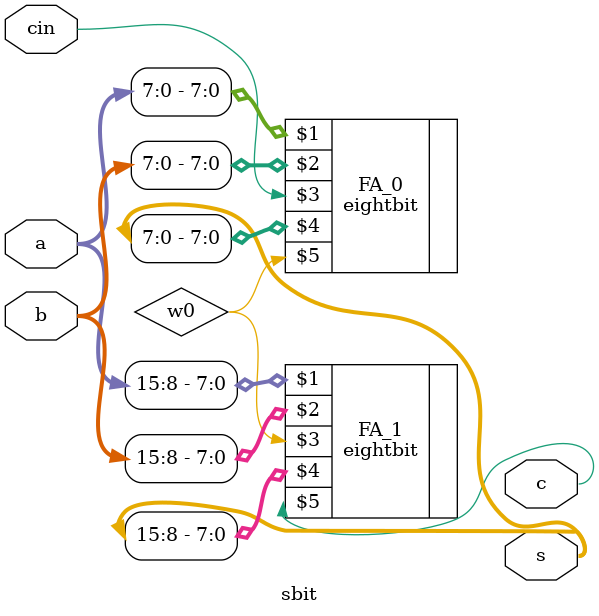
<source format=v>
`include "8fa.v"
module sbit(a,b,cin,s,c);
input[15:0] a,b;
input cin;
output[15:0] s;
output c;
wire w0;
eightbit FA_0(a[7:0],b[7:0],cin,s[7:0],w0);
eightbit FA_1(a[15:8],b[15:8],w0,s[15:8],c);
endmodule

</source>
